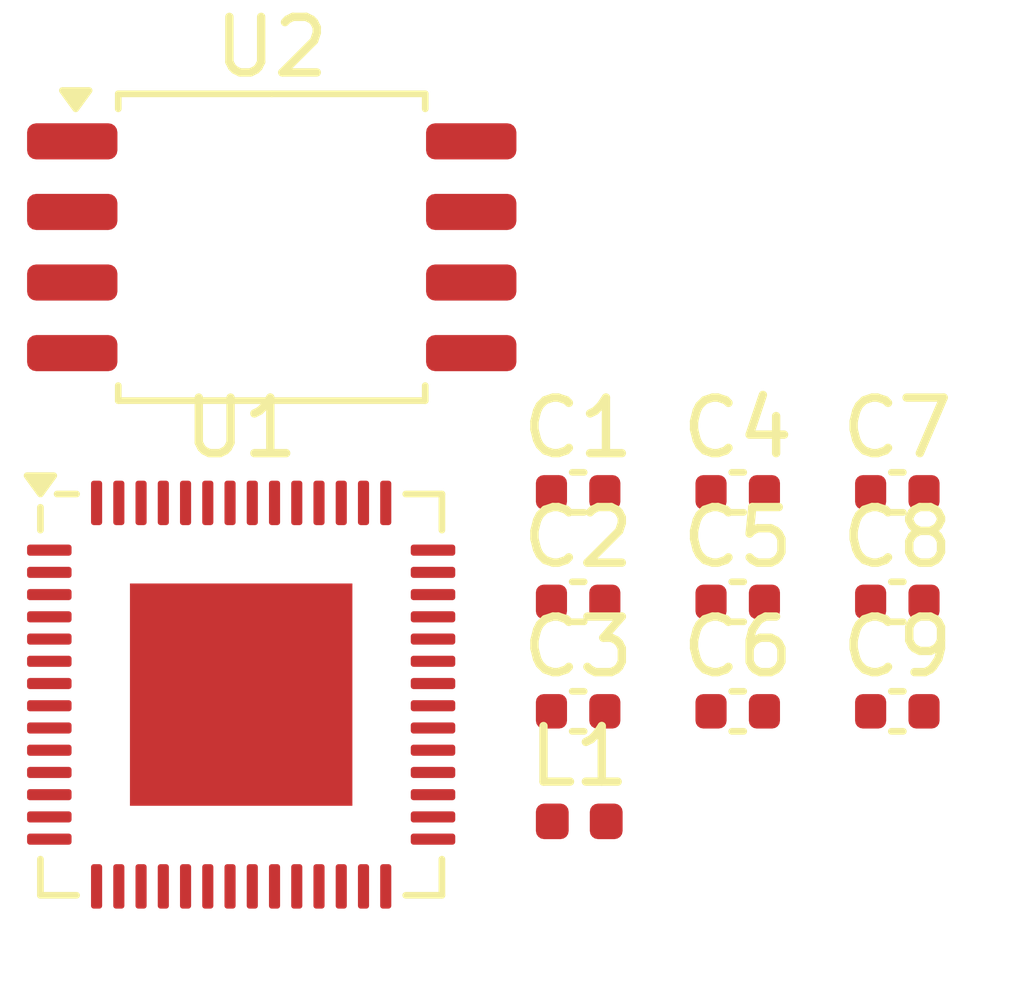
<source format=kicad_pcb>
(kicad_pcb (version 20241229) (generator "pcbnew") (generator_version "9.0")
  (layers (0 "F.Cu" signal) (2 "B.Cu" signal) (13 "F.Paste" user) (15 "B.Paste" user) (5 "F.SilkS" user "F.Silkscreen") (7 "B.SilkS" user "B.Silkscreen") (1 "F.Mask" user) (3 "B.Mask" user) (25 "Edge.Cuts" user))
  (net 0 "")
  (net 1 "Net-(C1-Pad2)")
  (net 2 "VDD33")
  (net 3 "/ESP32S3/VDD3P3")
  (net 4 "GND")
  (net 21 "SPICS0")
  (footprint "Capacitor_SMD:C_0402_1005Metric" (layer "F.Cu") (at 131.15 111.06)
    (property "Reference" "C4" (at 0 -1.16 0) (layer "F.SilkS"))
    (property "Value" "1uf")
    (fp_line (start -0.107836 -0.36) (end 0.107836 -0.36) (stroke (width 0.12)) (layer "F.SilkS"))
    (fp_line (start -0.107836 0.36) (end 0.107836 0.36) (stroke (width 0.12)) (layer "F.SilkS"))
    (pad "1" smd roundrect (at -0.48 0) (size 0.56 0.62) (layers "F.Cu" "F.Mask" "F.Paste") (net 2 "VDD33"))
    (pad "2" smd roundrect (at 0.48 0) (size 0.56 0.62) (layers "F.Cu" "F.Mask" "F.Paste") (net 4 "GND"))
  )
  (footprint "Capacitor_SMD:C_0402_1005Metric" (layer "F.Cu") (at 128.28 111.06)
    (property "Reference" "C1" (at 0 -1.16 0) (layer "F.SilkS"))
    (property "Value" "10nf")
    (fp_line (start -0.107836 -0.36) (end 0.107836 -0.36) (stroke (width 0.12)) (layer "F.SilkS"))
    (fp_line (start -0.107836 0.36) (end 0.107836 0.36) (stroke (width 0.12)) (layer "F.SilkS"))
    (pad "1" smd roundrect (at -0.48 0) (size 0.56 0.62) (layers "F.Cu" "F.Mask" "F.Paste") (net 2 "VDD33"))
    (pad "2" smd roundrect (at 0.48 0) (size 0.56 0.62) (layers "F.Cu" "F.Mask" "F.Paste") (net 1 "Net-(C1-Pad2)"))
  )
  (footprint "Inductor_SMD:L_0402_1005Metric" (layer "F.Cu") (at 128.3 116.98)
    (property "Reference" "L1" (at 0 -1.17 0) (layer "F.SilkS"))
    (property "Value" "2nH")
    (pad "1" smd roundrect (at -0.485 0) (size 0.59 0.64) (layers "F.Cu" "F.Mask" "F.Paste") (net 3 "/ESP32S3/VDD3P3"))
    (pad "2" smd roundrect (at 0.485 0) (size 0.59 0.64) (layers "F.Cu" "F.Mask" "F.Paste") (net 2 "VDD33"))
  )
  (footprint "Capacitor_SMD:C_0402_1005Metric" (layer "F.Cu") (at 134.02 113.03)
    (property "Reference" "C8" (at 0 -1.16 0) (layer "F.SilkS"))
    (property "Value" "100nf")
    (fp_line (start -0.107836 -0.36) (end 0.107836 -0.36) (stroke (width 0.12)) (layer "F.SilkS"))
    (fp_line (start -0.107836 0.36) (end 0.107836 0.36) (stroke (width 0.12)) (layer "F.SilkS"))
    (pad "1" smd roundrect (at -0.48 0) (size 0.56 0.62) (layers "F.Cu" "F.Mask" "F.Paste") (net 2 "VDD33"))
    (pad "2" smd roundrect (at 0.48 0) (size 0.56 0.62) (layers "F.Cu" "F.Mask" "F.Paste") (net 4 "GND"))
  )
  (footprint "Capacitor_SMD:C_0402_1005Metric" (layer "F.Cu") (at 131.15 115)
    (property "Reference" "C6" (at 0 -1.16 0) (layer "F.SilkS"))
    (property "Value" "10uf")
    (fp_line (start -0.107836 -0.36) (end 0.107836 -0.36) (stroke (width 0.12)) (layer "F.SilkS"))
    (fp_line (start -0.107836 0.36) (end 0.107836 0.36) (stroke (width 0.12)) (layer "F.SilkS"))
    (pad "1" smd roundrect (at -0.48 0) (size 0.56 0.62) (layers "F.Cu" "F.Mask" "F.Paste") (net 2 "VDD33"))
    (pad "2" smd roundrect (at 0.48 0) (size 0.56 0.62) (layers "F.Cu" "F.Mask" "F.Paste") (net 4 "GND"))
  )
  (footprint "Capacitor_SMD:C_0402_1005Metric" (layer "F.Cu") (at 128.28 113.03)
    (property "Reference" "C2" (at 0 -1.16 0) (layer "F.SilkS"))
    (property "Value" "1uf")
    (fp_line (start -0.107836 -0.36) (end 0.107836 -0.36) (stroke (width 0.12)) (layer "F.SilkS"))
    (fp_line (start -0.107836 0.36) (end 0.107836 0.36) (stroke (width 0.12)) (layer "F.SilkS"))
    (pad "1" smd roundrect (at -0.48 0) (size 0.56 0.62) (layers "F.Cu" "F.Mask" "F.Paste") (net 2 "VDD33"))
    (pad "2" smd roundrect (at 0.48 0) (size 0.56 0.62) (layers "F.Cu" "F.Mask" "F.Paste") (net 1 "Net-(C1-Pad2)"))
  )
  (footprint "Capacitor_SMD:C_0402_1005Metric" (layer "F.Cu") (at 134.02 115)
    (property "Reference" "C9" (at 0 -1.16 0) (layer "F.SilkS"))
    (property "Value" "1uf")
    (fp_line (start -0.107836 -0.36) (end 0.107836 -0.36) (stroke (width 0.12)) (layer "F.SilkS"))
    (fp_line (start -0.107836 0.36) (end 0.107836 0.36) (stroke (width 0.12)) (layer "F.SilkS"))
    (pad "1" smd roundrect (at -0.48 0) (size 0.56 0.62) (layers "F.Cu" "F.Mask" "F.Paste") (net 2 "VDD33"))
    (pad "2" smd roundrect (at 0.48 0) (size 0.56 0.62) (layers "F.Cu" "F.Mask" "F.Paste") (net 4 "GND"))
  )
  (footprint "Package_SO:SOIC-8_5.3x5.3mm_P1.27mm" (layer "F.Cu") (at 122.77 106.65)
    (property "Reference" "U2" (at 0 -3.6 0) (layer "F.SilkS"))
    (property "Value" "W25Q16JVSS")
    (fp_line (start -2.76 -2.76) (end -2.76 -2.49) (stroke (width 0.12)) (layer "F.SilkS"))
    (fp_line (start -2.76 2.76) (end -2.76 2.49) (stroke (width 0.12)) (layer "F.SilkS"))
    (fp_line (start 0 -2.76) (end -2.76 -2.76) (stroke (width 0.12)) (layer "F.SilkS"))
    (fp_line (start 0 -2.76) (end 2.76 -2.76) (stroke (width 0.12)) (layer "F.SilkS"))
    (fp_line (start 0 2.76) (end -2.76 2.76) (stroke (width 0.12)) (layer "F.SilkS"))
    (fp_line (start 0 2.76) (end 2.76 2.76) (stroke (width 0.12)) (layer "F.SilkS"))
    (fp_line (start 2.76 -2.76) (end 2.76 -2.49) (stroke (width 0.12)) (layer "F.SilkS"))
    (fp_line (start 2.76 2.76) (end 2.76 2.49) (stroke (width 0.12)) (layer "F.SilkS"))
    (fp_poly (pts (xy -3.525 -2.49) (xy -3.765 -2.82) (xy -3.285 -2.82)) (stroke (width 0.12)) (fill yes) (layer "F.SilkS"))
    (pad "1" smd roundrect (at -3.5875 -1.905) (size 1.625 0.65) (layers "F.Cu" "F.Mask" "F.Paste") (net 21 "SPICS0"))
    (pad "2" smd roundrect (at -3.5875 -0.635) (size 1.625 0.65) (layers "F.Cu" "F.Mask" "F.Paste"))
    (pad "3" smd roundrect (at -3.5875 0.635) (size 1.625 0.65) (layers "F.Cu" "F.Mask" "F.Paste"))
    (pad "4" smd roundrect (at -3.5875 1.905) (size 1.625 0.65) (layers "F.Cu" "F.Mask" "F.Paste"))
    (pad "5" smd roundrect (at 3.5875 1.905) (size 1.625 0.65) (layers "F.Cu" "F.Mask" "F.Paste"))
    (pad "6" smd roundrect (at 3.5875 0.635) (size 1.625 0.65) (layers "F.Cu" "F.Mask" "F.Paste"))
    (pad "7" smd roundrect (at 3.5875 -0.635) (size 1.625 0.65) (layers "F.Cu" "F.Mask" "F.Paste"))
    (pad "8" smd roundrect (at 3.5875 -1.905) (size 1.625 0.65) (layers "F.Cu" "F.Mask" "F.Paste"))
  )
  (footprint "Package_DFN_QFN:QFN-56-1EP_7x7mm_P0.4mm_EP4x4mm" (layer "F.Cu") (at 122.22 114.7)
    (property "Reference" "U1" (at 0 -4.8 0) (layer "F.SilkS"))
    (property "Value" "ESP32-S3")
    (fp_line (start -3.61 -2.96) (end -3.61 -3.37) (stroke (width 0.12)) (layer "F.SilkS"))
    (fp_line (start -3.61 3.61) (end -3.61 2.96) (stroke (width 0.12)) (layer "F.SilkS"))
    (fp_line (start -2.96 -3.61) (end -3.31 -3.61) (stroke (width 0.12)) (layer "F.SilkS"))
    (fp_line (start -2.96 3.61) (end -3.61 3.61) (stroke (width 0.12)) (layer "F.SilkS"))
    (fp_line (start 2.96 -3.61) (end 3.61 -3.61) (stroke (width 0.12)) (layer "F.SilkS"))
    (fp_line (start 2.96 3.61) (end 3.61 3.61) (stroke (width 0.12)) (layer "F.SilkS"))
    (fp_line (start 3.61 -3.61) (end 3.61 -2.96) (stroke (width 0.12)) (layer "F.SilkS"))
    (fp_line (start 3.61 3.61) (end 3.61 2.96) (stroke (width 0.12)) (layer "F.SilkS"))
    (fp_poly (pts (xy -3.61 -3.61) (xy -3.85 -3.94) (xy -3.37 -3.94)) (stroke (width 0.12)) (fill yes) (layer "F.SilkS"))
    (pad "1" smd roundrect (at -3.45 -2.6) (size 0.8 0.2) (layers "F.Cu" "F.Mask" "F.Paste"))
    (pad "2" smd roundrect (at -3.45 -2.2) (size 0.8 0.2) (layers "F.Cu" "F.Mask" "F.Paste") (net 3 "/ESP32S3/VDD3P3"))
    (pad "3" smd roundrect (at -3.45 -1.8) (size 0.8 0.2) (layers "F.Cu" "F.Mask" "F.Paste") (net 3 "/ESP32S3/VDD3P3"))
    (pad "4" smd roundrect (at -3.45 -1.4) (size 0.8 0.2) (layers "F.Cu" "F.Mask" "F.Paste"))
    (pad "5" smd roundrect (at -3.45 -1) (size 0.8 0.2) (layers "F.Cu" "F.Mask" "F.Paste"))
    (pad "6" smd roundrect (at -3.45 -0.6) (size 0.8 0.2) (layers "F.Cu" "F.Mask" "F.Paste"))
    (pad "7" smd roundrect (at -3.45 -0.2) (size 0.8 0.2) (layers "F.Cu" "F.Mask" "F.Paste"))
    (pad "8" smd roundrect (at -3.45 0.2) (size 0.8 0.2) (layers "F.Cu" "F.Mask" "F.Paste"))
    (pad "9" smd roundrect (at -3.45 0.6) (size 0.8 0.2) (layers "F.Cu" "F.Mask" "F.Paste"))
    (pad "10" smd roundrect (at -3.45 1) (size 0.8 0.2) (layers "F.Cu" "F.Mask" "F.Paste"))
    (pad "11" smd roundrect (at -3.45 1.4) (size 0.8 0.2) (layers "F.Cu" "F.Mask" "F.Paste"))
    (pad "12" smd roundrect (at -3.45 1.8) (size 0.8 0.2) (layers "F.Cu" "F.Mask" "F.Paste"))
    (pad "13" smd roundrect (at -3.45 2.2) (size 0.8 0.2) (layers "F.Cu" "F.Mask" "F.Paste"))
    (pad "14" smd roundrect (at -3.45 2.6) (size 0.8 0.2) (layers "F.Cu" "F.Mask" "F.Paste"))
    (pad "15" smd roundrect (at -2.6 3.45) (size 0.2 0.8) (layers "F.Cu" "F.Mask" "F.Paste"))
    (pad "16" smd roundrect (at -2.2 3.45) (size 0.2 0.8) (layers "F.Cu" "F.Mask" "F.Paste"))
    (pad "17" smd roundrect (at -1.8 3.45) (size 0.2 0.8) (layers "F.Cu" "F.Mask" "F.Paste"))
    (pad "18" smd roundrect (at -1.4 3.45) (size 0.2 0.8) (layers "F.Cu" "F.Mask" "F.Paste"))
    (pad "19" smd roundrect (at -1 3.45) (size 0.2 0.8) (layers "F.Cu" "F.Mask" "F.Paste"))
    (pad "20" smd roundrect (at -0.6 3.45) (size 0.2 0.8) (layers "F.Cu" "F.Mask" "F.Paste"))
    (pad "21" smd roundrect (at -0.2 3.45) (size 0.2 0.8) (layers "F.Cu" "F.Mask" "F.Paste"))
    (pad "22" smd roundrect (at 0.2 3.45) (size 0.2 0.8) (layers "F.Cu" "F.Mask" "F.Paste"))
    (pad "23" smd roundrect (at 0.6 3.45) (size 0.2 0.8) (layers "F.Cu" "F.Mask" "F.Paste"))
    (pad "24" smd roundrect (at 1 3.45) (size 0.2 0.8) (layers "F.Cu" "F.Mask" "F.Paste"))
    (pad "25" smd roundrect (at 1.4 3.45) (size 0.2 0.8) (layers "F.Cu" "F.Mask" "F.Paste"))
    (pad "26" smd roundrect (at 1.8 3.45) (size 0.2 0.8) (layers "F.Cu" "F.Mask" "F.Paste"))
    (pad "27" smd roundrect (at 2.2 3.45) (size 0.2 0.8) (layers "F.Cu" "F.Mask" "F.Paste"))
    (pad "28" smd roundrect (at 2.6 3.45) (size 0.2 0.8) (layers "F.Cu" "F.Mask" "F.Paste"))
    (pad "29" smd roundrect (at 3.45 2.6) (size 0.8 0.2) (layers "F.Cu" "F.Mask" "F.Paste") (net 2 "VDD33"))
    (pad "30" smd roundrect (at 3.45 2.2) (size 0.8 0.2) (layers "F.Cu" "F.Mask" "F.Paste"))
    (pad "31" smd roundrect (at 3.45 1.8) (size 0.8 0.2) (layers "F.Cu" "F.Mask" "F.Paste"))
    (pad "32" smd roundrect (at 3.45 1.4) (size 0.8 0.2) (layers "F.Cu" "F.Mask" "F.Paste") (net 21 "SPICS0"))
    (pad "33" smd roundrect (at 3.45 1) (size 0.8 0.2) (layers "F.Cu" "F.Mask" "F.Paste"))
    (pad "34" smd roundrect (at 3.45 0.6) (size 0.8 0.2) (layers "F.Cu" "F.Mask" "F.Paste"))
    (pad "35" smd roundrect (at 3.45 0.2) (size 0.8 0.2) (layers "F.Cu" "F.Mask" "F.Paste"))
    (pad "36" smd roundrect (at 3.45 -0.2) (size 0.8 0.2) (layers "F.Cu" "F.Mask" "F.Paste"))
    (pad "37" smd roundrect (at 3.45 -0.6) (size 0.8 0.2) (layers "F.Cu" "F.Mask" "F.Paste"))
    (pad "38" smd roundrect (at 3.45 -1) (size 0.8 0.2) (layers "F.Cu" "F.Mask" "F.Paste"))
    (pad "39" smd roundrect (at 3.45 -1.4) (size 0.8 0.2) (layers "F.Cu" "F.Mask" "F.Paste"))
    (pad "40" smd roundrect (at 3.45 -1.8) (size 0.8 0.2) (layers "F.Cu" "F.Mask" "F.Paste"))
    (pad "41" smd roundrect (at 3.45 -2.2) (size 0.8 0.2) (layers "F.Cu" "F.Mask" "F.Paste"))
    (pad "42" smd roundrect (at 3.45 -2.6) (size 0.8 0.2) (layers "F.Cu" "F.Mask" "F.Paste"))
    (pad "43" smd roundrect (at 2.6 -3.45) (size 0.2 0.8) (layers "F.Cu" "F.Mask" "F.Paste"))
    (pad "44" smd roundrect (at 2.2 -3.45) (size 0.2 0.8) (layers "F.Cu" "F.Mask" "F.Paste"))
    (pad "45" smd roundrect (at 1.8 -3.45) (size 0.2 0.8) (layers "F.Cu" "F.Mask" "F.Paste"))
    (pad "46" smd roundrect (at 1.4 -3.45) (size 0.2 0.8) (layers "F.Cu" "F.Mask" "F.Paste") (net 2 "VDD33"))
    (pad "47" smd roundrect (at 1 -3.45) (size 0.2 0.8) (layers "F.Cu" "F.Mask" "F.Paste"))
    (pad "48" smd roundrect (at 0.6 -3.45) (size 0.2 0.8) (layers "F.Cu" "F.Mask" "F.Paste"))
    (pad "49" smd roundrect (at 0.2 -3.45) (size 0.2 0.8) (layers "F.Cu" "F.Mask" "F.Paste"))
    (pad "50" smd roundrect (at -0.2 -3.45) (size 0.2 0.8) (layers "F.Cu" "F.Mask" "F.Paste"))
    (pad "51" smd roundrect (at -0.6 -3.45) (size 0.2 0.8) (layers "F.Cu" "F.Mask" "F.Paste"))
    (pad "52" smd roundrect (at -1 -3.45) (size 0.2 0.8) (layers "F.Cu" "F.Mask" "F.Paste"))
    (pad "53" smd roundrect (at -1.4 -3.45) (size 0.2 0.8) (layers "F.Cu" "F.Mask" "F.Paste"))
    (pad "54" smd roundrect (at -1.8 -3.45) (size 0.2 0.8) (layers "F.Cu" "F.Mask" "F.Paste"))
    (pad "55" smd roundrect (at -2.2 -3.45) (size 0.2 0.8) (layers "F.Cu" "F.Mask" "F.Paste") (net 2 "VDD33"))
    (pad "56" smd roundrect (at -2.6 -3.45) (size 0.2 0.8) (layers "F.Cu" "F.Mask" "F.Paste") (net 2 "VDD33"))
    (pad "57" smd rect (at 0 0) (size 4 4) (property pad_prop_heatsink) (layers "F.Cu" "F.Mask") (net 4 "GND"))
  )
  (footprint "Capacitor_SMD:C_0402_1005Metric" (layer "F.Cu") (at 134.02 111.06)
    (property "Reference" "C7" (at 0 -1.16 0) (layer "F.SilkS"))
    (property "Value" "100nf")
    (fp_line (start -0.107836 -0.36) (end 0.107836 -0.36) (stroke (width 0.12)) (layer "F.SilkS"))
    (fp_line (start -0.107836 0.36) (end 0.107836 0.36) (stroke (width 0.12)) (layer "F.SilkS"))
    (pad "1" smd roundrect (at -0.48 0) (size 0.56 0.62) (layers "F.Cu" "F.Mask" "F.Paste") (net 2 "VDD33"))
    (pad "2" smd roundrect (at 0.48 0) (size 0.56 0.62) (layers "F.Cu" "F.Mask" "F.Paste") (net 4 "GND"))
  )
  (footprint "Capacitor_SMD:C_0402_1005Metric" (layer "F.Cu") (at 131.15 113.03)
    (property "Reference" "C5" (at 0 -1.16 0) (layer "F.SilkS"))
    (property "Value" "100nf")
    (fp_line (start -0.107836 -0.36) (end 0.107836 -0.36) (stroke (width 0.12)) (layer "F.SilkS"))
    (fp_line (start -0.107836 0.36) (end 0.107836 0.36) (stroke (width 0.12)) (layer "F.SilkS"))
    (pad "1" smd roundrect (at -0.48 0) (size 0.56 0.62) (layers "F.Cu" "F.Mask" "F.Paste") (net 2 "VDD33"))
    (pad "2" smd roundrect (at 0.48 0) (size 0.56 0.62) (layers "F.Cu" "F.Mask" "F.Paste") (net 4 "GND"))
  )
  (footprint "Capacitor_SMD:C_0402_1005Metric" (layer "F.Cu") (at 128.28 115)
    (property "Reference" "C3" (at 0 -1.16 0) (layer "F.SilkS"))
    (property "Value" "100nf")
    (fp_line (start -0.107836 -0.36) (end 0.107836 -0.36) (stroke (width 0.12)) (layer "F.SilkS"))
    (fp_line (start -0.107836 0.36) (end 0.107836 0.36) (stroke (width 0.12)) (layer "F.SilkS"))
    (pad "1" smd roundrect (at -0.48 0) (size 0.56 0.62) (layers "F.Cu" "F.Mask" "F.Paste") (net 3 "/ESP32S3/VDD3P3"))
    (pad "2" smd roundrect (at 0.48 0) (size 0.56 0.62) (layers "F.Cu" "F.Mask" "F.Paste") (net 4 "GND"))
  )
)
</source>
